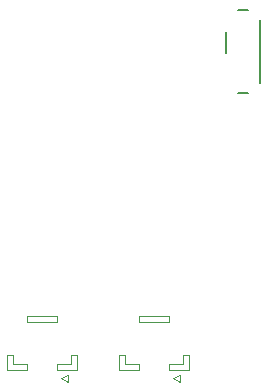
<source format=gbr>
G04 #@! TF.GenerationSoftware,KiCad,Pcbnew,(6.99.0-3982-g8d40bf25d6)*
G04 #@! TF.CreationDate,2022-10-20T10:42:07+02:00*
G04 #@! TF.ProjectId,test,74657374-2e6b-4696-9361-645f70636258,rev?*
G04 #@! TF.SameCoordinates,Original*
G04 #@! TF.FileFunction,Legend,Bot*
G04 #@! TF.FilePolarity,Positive*
%FSLAX46Y46*%
G04 Gerber Fmt 4.6, Leading zero omitted, Abs format (unit mm)*
G04 Created by KiCad (PCBNEW (6.99.0-3982-g8d40bf25d6)) date 2022-10-20 10:42:07*
%MOMM*%
%LPD*%
G01*
G04 APERTURE LIST*
%ADD10C,0.120000*%
%ADD11C,0.203200*%
G04 APERTURE END LIST*
D10*
X62225000Y-120375000D02*
X61625000Y-120675000D01*
X62225000Y-120975000D02*
X62225000Y-120375000D01*
X61625000Y-120675000D02*
X62225000Y-120975000D01*
X57550000Y-118725000D02*
X57050000Y-118725000D01*
X57550000Y-119425000D02*
X57550000Y-118725000D01*
X58700000Y-119425000D02*
X57550000Y-119425000D01*
X58700000Y-119925000D02*
X58700000Y-119425000D01*
X57050000Y-119925000D02*
X58700000Y-119925000D01*
X57050000Y-118725000D02*
X57050000Y-119925000D01*
X62450000Y-118725000D02*
X62950000Y-118725000D01*
X62450000Y-119425000D02*
X62450000Y-118725000D01*
X61300000Y-119425000D02*
X62450000Y-119425000D01*
X61300000Y-119925000D02*
X61300000Y-119425000D01*
X62950000Y-119925000D02*
X61300000Y-119925000D01*
X62950000Y-118725000D02*
X62950000Y-119925000D01*
X61250000Y-115875000D02*
X61250000Y-115375000D01*
X58750000Y-115875000D02*
X61250000Y-115875000D01*
X58750000Y-115375000D02*
X58750000Y-115875000D01*
X61250000Y-115375000D02*
X58750000Y-115375000D01*
X51750000Y-115375000D02*
X49250000Y-115375000D01*
X49250000Y-115375000D02*
X49250000Y-115875000D01*
X49250000Y-115875000D02*
X51750000Y-115875000D01*
X51750000Y-115875000D02*
X51750000Y-115375000D01*
X53450000Y-118725000D02*
X53450000Y-119925000D01*
X53450000Y-119925000D02*
X51800000Y-119925000D01*
X51800000Y-119925000D02*
X51800000Y-119425000D01*
X51800000Y-119425000D02*
X52950000Y-119425000D01*
X52950000Y-119425000D02*
X52950000Y-118725000D01*
X52950000Y-118725000D02*
X53450000Y-118725000D01*
X47550000Y-118725000D02*
X47550000Y-119925000D01*
X47550000Y-119925000D02*
X49200000Y-119925000D01*
X49200000Y-119925000D02*
X49200000Y-119425000D01*
X49200000Y-119425000D02*
X48050000Y-119425000D01*
X48050000Y-119425000D02*
X48050000Y-118725000D01*
X48050000Y-118725000D02*
X47550000Y-118725000D01*
X52125000Y-120675000D02*
X52725000Y-120975000D01*
X52725000Y-120975000D02*
X52725000Y-120375000D01*
X52725000Y-120375000D02*
X52125000Y-120675000D01*
D11*
X67926720Y-96474720D02*
X67073280Y-96474720D01*
X67926720Y-89525280D02*
X67073280Y-89525280D01*
X68924940Y-90302520D02*
X68924940Y-95697480D01*
X66075060Y-91374400D02*
X66075060Y-93127000D01*
M02*

</source>
